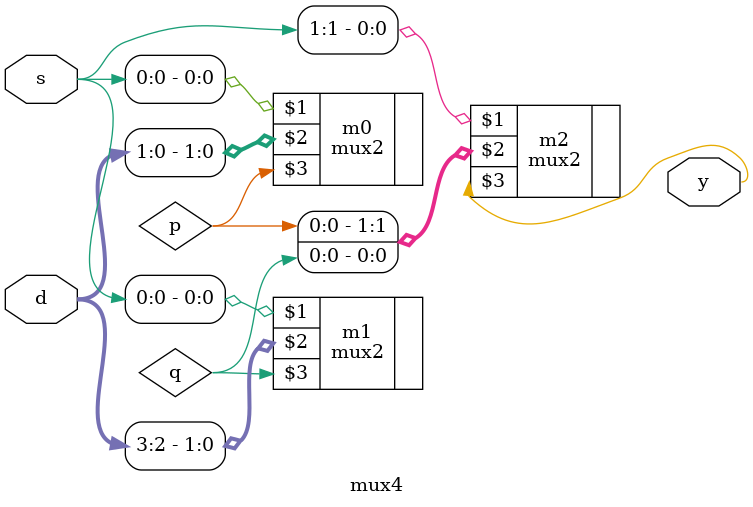
<source format=v>
module mux4
(s,d,y);
input wire [1:0]s;
input wire [3:0]d;
output wire y;
wire p,q;
mux2 m0(s[0],d[1:0],p);
mux2 m1(s[0],d[3:2],q);
mux2 m2(s[1],{p,q},y);
endmodule

</source>
